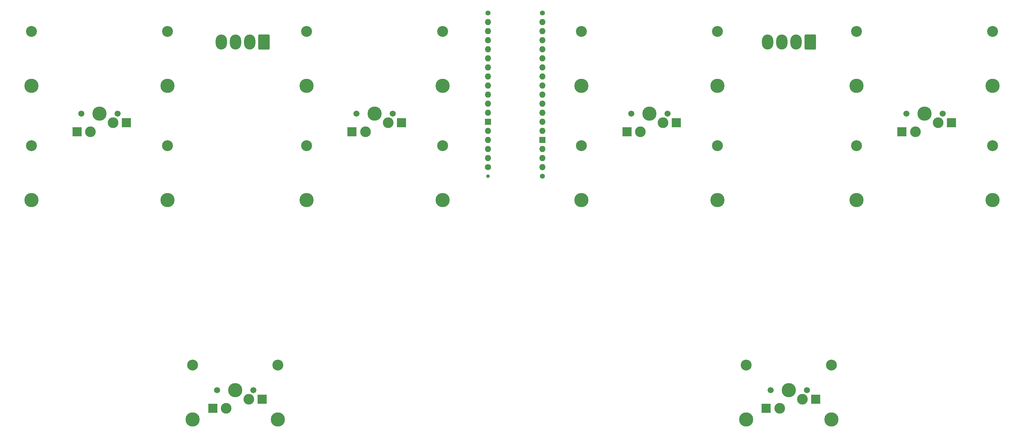
<source format=gbr>
%TF.GenerationSoftware,KiCad,Pcbnew,8.0.8*%
%TF.CreationDate,2025-02-26T23:57:33-05:00*%
%TF.ProjectId,keyboard,6b657962-6f61-4726-942e-6b696361645f,rev?*%
%TF.SameCoordinates,Original*%
%TF.FileFunction,Soldermask,Bot*%
%TF.FilePolarity,Negative*%
%FSLAX46Y46*%
G04 Gerber Fmt 4.6, Leading zero omitted, Abs format (unit mm)*
G04 Created by KiCad (PCBNEW 8.0.8) date 2025-02-26 23:57:33*
%MOMM*%
%LPD*%
G01*
G04 APERTURE LIST*
G04 Aperture macros list*
%AMRoundRect*
0 Rectangle with rounded corners*
0 $1 Rounding radius*
0 $2 $3 $4 $5 $6 $7 $8 $9 X,Y pos of 4 corners*
0 Add a 4 corners polygon primitive as box body*
4,1,4,$2,$3,$4,$5,$6,$7,$8,$9,$2,$3,0*
0 Add four circle primitives for the rounded corners*
1,1,$1+$1,$2,$3*
1,1,$1+$1,$4,$5*
1,1,$1+$1,$6,$7*
1,1,$1+$1,$8,$9*
0 Add four rect primitives between the rounded corners*
20,1,$1+$1,$2,$3,$4,$5,0*
20,1,$1+$1,$4,$5,$6,$7,0*
20,1,$1+$1,$6,$7,$8,$9,0*
20,1,$1+$1,$8,$9,$2,$3,0*%
G04 Aperture macros list end*
%ADD10C,3.048000*%
%ADD11C,3.987800*%
%ADD12C,1.701800*%
%ADD13C,3.000000*%
%ADD14R,2.550000X2.500000*%
%ADD15RoundRect,0.250000X1.330000X1.850000X-1.330000X1.850000X-1.330000X-1.850000X1.330000X-1.850000X0*%
%ADD16O,3.160000X4.200000*%
%ADD17C,1.400000*%
%ADD18O,1.727200X1.727200*%
%ADD19C,1.016000*%
%ADD20R,1.727200X1.727200*%
%ADD21C,1.727200*%
G04 APERTURE END LIST*
D10*
%TO.C,REF\u002A\u002A*%
X224950000Y-129015000D03*
D11*
X224950000Y-144225000D03*
D10*
X263050000Y-129015000D03*
D11*
X263050000Y-144225000D03*
%TD*%
D12*
%TO.C,K4*%
X326080000Y-120000000D03*
D13*
X324810000Y-122540000D03*
D11*
X321000000Y-120000000D03*
D13*
X318460000Y-125080000D03*
D12*
X315920000Y-120000000D03*
D14*
X314710000Y-125080000D03*
X328560000Y-122540000D03*
%TD*%
D10*
%TO.C,REF\u002A\u002A*%
X147950000Y-129015000D03*
D11*
X147950000Y-144225000D03*
D10*
X186050000Y-129015000D03*
D11*
X186050000Y-144225000D03*
%TD*%
%TO.C,REF\u002A\u002A*%
X109050000Y-144225000D03*
D10*
X109050000Y-129015000D03*
D11*
X70950000Y-144225000D03*
D10*
X70950000Y-129015000D03*
%TD*%
%TO.C,REF\u002A\u002A*%
X147950000Y-97015000D03*
D11*
X147950000Y-112225000D03*
D10*
X186050000Y-97015000D03*
D11*
X186050000Y-112225000D03*
%TD*%
D10*
%TO.C,REF\u002A\u002A*%
X224950000Y-97015000D03*
D11*
X224950000Y-112225000D03*
D10*
X263050000Y-97015000D03*
D11*
X263050000Y-112225000D03*
%TD*%
D12*
%TO.C,K1*%
X95080000Y-120000000D03*
D13*
X93810000Y-122540000D03*
D11*
X90000000Y-120000000D03*
D13*
X87460000Y-125080000D03*
D12*
X84920000Y-120000000D03*
D14*
X83710000Y-125080000D03*
X97560000Y-122540000D03*
%TD*%
D10*
%TO.C,REF\u002A\u002A*%
X116062000Y-190515000D03*
D11*
X116062000Y-205725000D03*
D10*
X139938000Y-190515000D03*
D11*
X139938000Y-205725000D03*
%TD*%
D12*
%TO.C,K6*%
X288080000Y-197500000D03*
D13*
X286810000Y-200040000D03*
D11*
X283000000Y-197500000D03*
D13*
X280460000Y-202580000D03*
D12*
X277920000Y-197500000D03*
D14*
X276710000Y-202580000D03*
X290560000Y-200040000D03*
%TD*%
D10*
%TO.C,REF\u002A\u002A*%
X70950000Y-97015000D03*
D11*
X70950000Y-112225000D03*
D10*
X109050000Y-97015000D03*
D11*
X109050000Y-112225000D03*
%TD*%
D12*
%TO.C,K5*%
X133080000Y-197500000D03*
D13*
X131810000Y-200040000D03*
D11*
X128000000Y-197500000D03*
D13*
X125460000Y-202580000D03*
D12*
X122920000Y-197500000D03*
D14*
X121710000Y-202580000D03*
X135560000Y-200040000D03*
%TD*%
D10*
%TO.C,REF\u002A\u002A*%
X301950000Y-129015000D03*
D11*
X301950000Y-144225000D03*
D10*
X340050000Y-129015000D03*
D11*
X340050000Y-144225000D03*
%TD*%
D10*
%TO.C,REF\u002A\u002A*%
X271062000Y-190515000D03*
D11*
X271062000Y-205725000D03*
D10*
X294938000Y-190515000D03*
D11*
X294938000Y-205725000D03*
%TD*%
D12*
%TO.C,K3*%
X249080000Y-120000000D03*
D13*
X247810000Y-122540000D03*
D11*
X244000000Y-120000000D03*
D13*
X241460000Y-125080000D03*
D12*
X238920000Y-120000000D03*
D14*
X237710000Y-125080000D03*
X251560000Y-122540000D03*
%TD*%
D12*
%TO.C,K2*%
X172080000Y-120000000D03*
D13*
X170810000Y-122540000D03*
D11*
X167000000Y-120000000D03*
D13*
X164460000Y-125080000D03*
D12*
X161920000Y-120000000D03*
D14*
X160710000Y-125080000D03*
X174560000Y-122540000D03*
%TD*%
D10*
%TO.C,REF\u002A\u002A*%
X301950000Y-97015000D03*
D11*
X301950000Y-112225000D03*
D10*
X340050000Y-97015000D03*
D11*
X340050000Y-112225000D03*
%TD*%
D15*
%TO.C,ENC_R1*%
X289000000Y-100000000D03*
D16*
X285040000Y-100000000D03*
X281080000Y-100000000D03*
X277120000Y-100000000D03*
%TD*%
D15*
%TO.C,ENC_L1*%
X136000000Y-100000000D03*
D16*
X132040000Y-100000000D03*
X128080000Y-100000000D03*
X124120000Y-100000000D03*
%TD*%
D17*
%TO.C,A1*%
X214000000Y-91820000D03*
X198760000Y-91820000D03*
D18*
X214000000Y-117220000D03*
X214000000Y-119760000D03*
D17*
X214000000Y-137540000D03*
D19*
X198760000Y-137540000D03*
D18*
X214000000Y-96900000D03*
X214000000Y-122300000D03*
X214000000Y-101980000D03*
X214000000Y-104520000D03*
X214000000Y-107060000D03*
X214000000Y-109600000D03*
X214000000Y-112140000D03*
X214000000Y-114680000D03*
X214000000Y-99440000D03*
X198760000Y-127380000D03*
X198760000Y-129920000D03*
X198760000Y-119760000D03*
X198760000Y-117220000D03*
X198760000Y-114680000D03*
X198760000Y-112140000D03*
X198760000Y-109600000D03*
X198760000Y-107060000D03*
X198760000Y-104520000D03*
X198760000Y-101980000D03*
X198760000Y-99440000D03*
X198760000Y-96900000D03*
X198760000Y-94360000D03*
X214000000Y-94360000D03*
D20*
X214000000Y-127380000D03*
X198760000Y-122300000D03*
D18*
X214000000Y-132460000D03*
D21*
X198760000Y-135000000D03*
D18*
X214000000Y-124840000D03*
X198760000Y-124840000D03*
X214000000Y-135000000D03*
X198760000Y-132460000D03*
X214000000Y-129920000D03*
%TD*%
M02*

</source>
